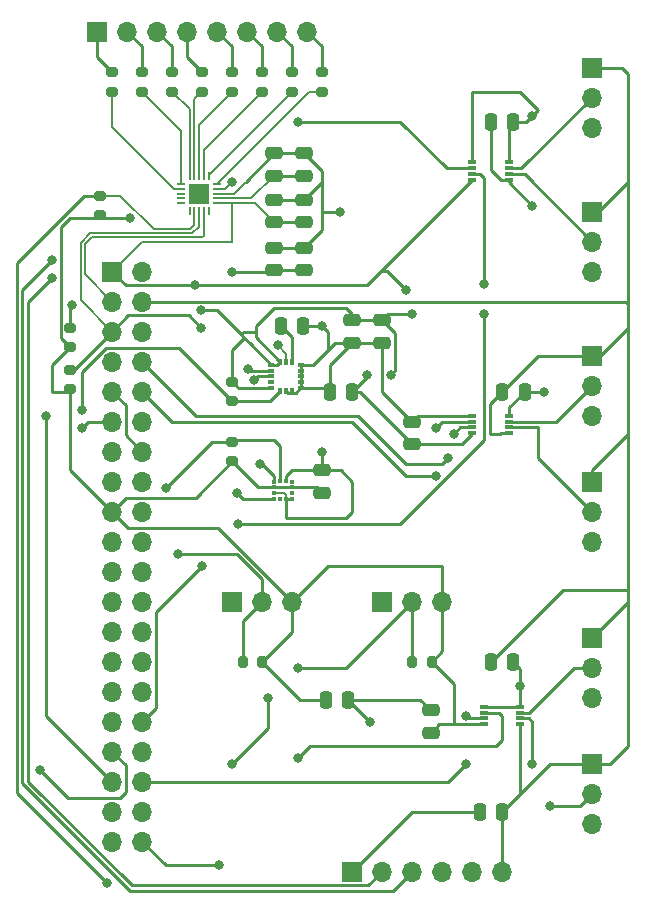
<source format=gtl>
%TF.GenerationSoftware,KiCad,Pcbnew,7.0.1-0*%
%TF.CreationDate,2024-03-21T16:56:52-04:00*%
%TF.ProjectId,pihat,70696861-742e-46b6-9963-61645f706362,rev?*%
%TF.SameCoordinates,Original*%
%TF.FileFunction,Copper,L1,Top*%
%TF.FilePolarity,Positive*%
%FSLAX46Y46*%
G04 Gerber Fmt 4.6, Leading zero omitted, Abs format (unit mm)*
G04 Created by KiCad (PCBNEW 7.0.1-0) date 2024-03-21 16:56:52*
%MOMM*%
%LPD*%
G01*
G04 APERTURE LIST*
G04 Aperture macros list*
%AMRoundRect*
0 Rectangle with rounded corners*
0 $1 Rounding radius*
0 $2 $3 $4 $5 $6 $7 $8 $9 X,Y pos of 4 corners*
0 Add a 4 corners polygon primitive as box body*
4,1,4,$2,$3,$4,$5,$6,$7,$8,$9,$2,$3,0*
0 Add four circle primitives for the rounded corners*
1,1,$1+$1,$2,$3*
1,1,$1+$1,$4,$5*
1,1,$1+$1,$6,$7*
1,1,$1+$1,$8,$9*
0 Add four rect primitives between the rounded corners*
20,1,$1+$1,$2,$3,$4,$5,0*
20,1,$1+$1,$4,$5,$6,$7,0*
20,1,$1+$1,$6,$7,$8,$9,0*
20,1,$1+$1,$8,$9,$2,$3,0*%
G04 Aperture macros list end*
%TA.AperFunction,SMDPad,CuDef*%
%ADD10R,0.800000X0.300000*%
%TD*%
%TA.AperFunction,SMDPad,CuDef*%
%ADD11RoundRect,0.200000X0.200000X0.275000X-0.200000X0.275000X-0.200000X-0.275000X0.200000X-0.275000X0*%
%TD*%
%TA.AperFunction,SMDPad,CuDef*%
%ADD12RoundRect,0.200000X0.275000X-0.200000X0.275000X0.200000X-0.275000X0.200000X-0.275000X-0.200000X0*%
%TD*%
%TA.AperFunction,ComponentPad*%
%ADD13R,1.700000X1.700000*%
%TD*%
%TA.AperFunction,ComponentPad*%
%ADD14O,1.700000X1.700000*%
%TD*%
%TA.AperFunction,SMDPad,CuDef*%
%ADD15R,0.330200X0.304800*%
%TD*%
%TA.AperFunction,SMDPad,CuDef*%
%ADD16R,0.304800X0.330200*%
%TD*%
%TA.AperFunction,SMDPad,CuDef*%
%ADD17RoundRect,0.250000X0.475000X-0.250000X0.475000X0.250000X-0.475000X0.250000X-0.475000X-0.250000X0*%
%TD*%
%TA.AperFunction,SMDPad,CuDef*%
%ADD18RoundRect,0.250000X-0.250000X-0.475000X0.250000X-0.475000X0.250000X0.475000X-0.250000X0.475000X0*%
%TD*%
%TA.AperFunction,SMDPad,CuDef*%
%ADD19RoundRect,0.014000X-0.231000X-0.161000X0.231000X-0.161000X0.231000X0.161000X-0.231000X0.161000X0*%
%TD*%
%TA.AperFunction,SMDPad,CuDef*%
%ADD20RoundRect,0.014000X0.161000X-0.231000X0.161000X0.231000X-0.161000X0.231000X-0.161000X-0.231000X0*%
%TD*%
%TA.AperFunction,SMDPad,CuDef*%
%ADD21RoundRect,0.014000X0.231000X0.161000X-0.231000X0.161000X-0.231000X-0.161000X0.231000X-0.161000X0*%
%TD*%
%TA.AperFunction,SMDPad,CuDef*%
%ADD22RoundRect,0.014000X-0.161000X0.231000X-0.161000X-0.231000X0.161000X-0.231000X0.161000X0.231000X0*%
%TD*%
%TA.AperFunction,SMDPad,CuDef*%
%ADD23R,0.800000X0.200000*%
%TD*%
%TA.AperFunction,SMDPad,CuDef*%
%ADD24R,0.200000X0.800000*%
%TD*%
%TA.AperFunction,SMDPad,CuDef*%
%ADD25R,1.800000X1.800000*%
%TD*%
%TA.AperFunction,SMDPad,CuDef*%
%ADD26RoundRect,0.200000X-0.275000X0.200000X-0.275000X-0.200000X0.275000X-0.200000X0.275000X0.200000X0*%
%TD*%
%TA.AperFunction,SMDPad,CuDef*%
%ADD27RoundRect,0.250000X0.250000X0.475000X-0.250000X0.475000X-0.250000X-0.475000X0.250000X-0.475000X0*%
%TD*%
%TA.AperFunction,ViaPad*%
%ADD28C,0.800000*%
%TD*%
%TA.AperFunction,Conductor*%
%ADD29C,0.150000*%
%TD*%
%TA.AperFunction,Conductor*%
%ADD30C,0.250000*%
%TD*%
G04 APERTURE END LIST*
D10*
%TO.P,U1,1,VCCA*%
%TO.N,+5V*%
X94540000Y-71006400D03*
%TO.P,U1,2,1A*%
%TO.N,Net-(J2-Pin_2)*%
X94540000Y-70506400D03*
%TO.P,U1,3,2A*%
%TO.N,Net-(J3-Pin_2)*%
X94540000Y-70006400D03*
%TO.P,U1,4,GND*%
%TO.N,GND*%
X94540000Y-69506400D03*
%TO.P,U1,5,DIR*%
X91440000Y-69506400D03*
%TO.P,U1,6,2B*%
%TO.N,THR_2*%
X91440000Y-70006400D03*
%TO.P,U1,7,1B*%
%TO.N,THR_1*%
X91440000Y-70506400D03*
%TO.P,U1,8,VCCB*%
%TO.N,+3.3V*%
X91440000Y-71006400D03*
%TD*%
D11*
%TO.P,R2,1*%
%TO.N,+3.3V*%
X73660000Y-111760000D03*
%TO.P,R2,2*%
%TO.N,TEMP_EXT*%
X72010000Y-111760000D03*
%TD*%
D12*
%TO.P,R8,1*%
%TO.N,Net-(IC1-CRX5{slash}CTX5)*%
X66040000Y-63500000D03*
%TO.P,R8,2*%
%TO.N,Net-(J9-Pin_3)*%
X66040000Y-61850000D03*
%TD*%
D13*
%TO.P,J6,1,Pin_1*%
%TO.N,+5V*%
X101600000Y-120396000D03*
D14*
%TO.P,J6,2,Pin_2*%
%TO.N,Net-(J6-Pin_2)*%
X101600000Y-122936000D03*
%TO.P,J6,3,Pin_3*%
%TO.N,GND*%
X101600000Y-125476000D03*
%TD*%
D10*
%TO.P,U5,1,VCCA*%
%TO.N,+5V*%
X94540000Y-92440000D03*
%TO.P,U5,2,1A*%
%TO.N,Net-(J4-Pin_2)*%
X94540000Y-91940000D03*
%TO.P,U5,3,2A*%
%TO.N,Net-(J5-Pin_2)*%
X94540000Y-91440000D03*
%TO.P,U5,4,GND*%
%TO.N,GND*%
X94540000Y-90940000D03*
%TO.P,U5,5,DIR*%
X91440000Y-90940000D03*
%TO.P,U5,6,2B*%
%TO.N,THR_4*%
X91440000Y-91440000D03*
%TO.P,U5,7,1B*%
%TO.N,THR_3*%
X91440000Y-91940000D03*
%TO.P,U5,8,VCCB*%
%TO.N,+3.3V*%
X91440000Y-92440000D03*
%TD*%
D15*
%TO.P,U4,1,SCK_SCL*%
%TO.N,I2C_SCL*%
X74680201Y-96519999D03*
%TO.P,U4,2,CSN*%
%TO.N,+3.3V*%
X74680201Y-97020000D03*
%TO.P,U4,3,DOUT_A6*%
%TO.N,GND*%
X74680201Y-97520000D03*
%TO.P,U4,4,DIN_SDA*%
%TO.N,I2C_SDA*%
X74680201Y-98020001D03*
D16*
%TO.P,U4,5,NC*%
%TO.N,unconnected-(U4-NC-Pad5)*%
X75190100Y-98029899D03*
%TO.P,U4,6,GND*%
%TO.N,GND*%
X75690100Y-98029899D03*
D15*
%TO.P,U4,7,VPP*%
X76199999Y-98020001D03*
%TO.P,U4,8,NC*%
%TO.N,unconnected-(U4-NC-Pad8)*%
X76199999Y-97520000D03*
%TO.P,U4,9,VDD*%
%TO.N,+3.3V*%
X76199999Y-97020000D03*
%TO.P,U4,10,NC*%
%TO.N,unconnected-(U4-NC-Pad10)*%
X76199999Y-96519999D03*
D16*
%TO.P,U4,11,INTN_2*%
%TO.N,GND*%
X75690100Y-96510101D03*
%TO.P,U4,12,INTN_1*%
%TO.N,INT_ACC*%
X75190100Y-96510101D03*
%TD*%
D17*
%TO.P,C1,1*%
%TO.N,+3.3V*%
X78740000Y-97470000D03*
%TO.P,C1,2*%
%TO.N,GND*%
X78740000Y-95570000D03*
%TD*%
D13*
%TO.P,U2,1,GND*%
%TO.N,GND*%
X71120000Y-106680000D03*
D14*
%TO.P,U2,2,DQ*%
%TO.N,TEMP_EXT*%
X73660000Y-106680000D03*
%TO.P,U2,3,V_{DD}*%
%TO.N,+3.3V*%
X76200000Y-106680000D03*
%TD*%
D12*
%TO.P,R9,1*%
%TO.N,Net-(IC1-CRX6{slash}CTX6)*%
X63500000Y-63500000D03*
%TO.P,R9,2*%
%TO.N,Net-(J9-Pin_2)*%
X63500000Y-61850000D03*
%TD*%
D13*
%TO.P,J2,1,Pin_1*%
%TO.N,+5V*%
X101600000Y-73660000D03*
D14*
%TO.P,J2,2,Pin_2*%
%TO.N,Net-(J2-Pin_2)*%
X101600000Y-76200000D03*
%TO.P,J2,3,Pin_3*%
%TO.N,GND*%
X101600000Y-78740000D03*
%TD*%
D12*
%TO.P,R13,1*%
%TO.N,+3.3V*%
X57404000Y-88709000D03*
%TO.P,R13,2*%
%TO.N,I2C_SCL*%
X57404000Y-87059000D03*
%TD*%
D13*
%TO.P,J8,1,Pin_1*%
%TO.N,GND*%
X81280000Y-129540000D03*
D14*
%TO.P,J8,2,Pin_2*%
%TO.N,I2C_SDA*%
X83820000Y-129540000D03*
%TO.P,J8,3,Pin_3*%
%TO.N,I2C_SCL*%
X86360000Y-129540000D03*
%TO.P,J8,4,Pin_4*%
%TO.N,unconnected-(J8-Pin_4-Pad4)*%
X88900000Y-129540000D03*
%TO.P,J8,5,Pin_5*%
%TO.N,unconnected-(J8-Pin_5-Pad5)*%
X91440000Y-129540000D03*
%TO.P,J8,6,Pin_6*%
%TO.N,+5V*%
X93980000Y-129540000D03*
%TD*%
D18*
%TO.P,C14,1*%
%TO.N,+5V*%
X93030000Y-66040000D03*
%TO.P,C14,2*%
%TO.N,GND*%
X94930000Y-66040000D03*
%TD*%
%TO.P,C16,1*%
%TO.N,+5V*%
X93980000Y-88900000D03*
%TO.P,C16,2*%
%TO.N,GND*%
X95880000Y-88900000D03*
%TD*%
D17*
%TO.P,C5,1*%
%TO.N,GND*%
X83820000Y-84770000D03*
%TO.P,C5,2*%
%TO.N,+3.3V*%
X83820000Y-82870000D03*
%TD*%
D13*
%TO.P,J7,1,Pin_1*%
%TO.N,+5V*%
X101600000Y-109728000D03*
D14*
%TO.P,J7,2,Pin_2*%
%TO.N,Net-(J7-Pin_2)*%
X101600000Y-112268000D03*
%TO.P,J7,3,Pin_3*%
%TO.N,GND*%
X101600000Y-114808000D03*
%TD*%
D19*
%TO.P,U6,1,VDDIO*%
%TO.N,+3.3V*%
X74440000Y-86620000D03*
%TO.P,U6,2,SCL/SPC*%
%TO.N,I2C_SCL*%
X74440000Y-87120000D03*
%TO.P,U6,3,SDA/SDI*%
%TO.N,I2C_SDA*%
X74440000Y-87620000D03*
%TO.P,U6,4,SA0/SDO*%
%TO.N,unconnected-(U6-SA0{slash}SDO-Pad4)*%
X74440000Y-88120000D03*
%TO.P,U6,5,CS*%
%TO.N,+3.3V*%
X74440000Y-88620000D03*
D20*
%TO.P,U6,6,INT*%
%TO.N,INT_GYR*%
X75200000Y-88880000D03*
%TO.P,U6,7,RESV7*%
%TO.N,GND*%
X75700000Y-88880000D03*
%TO.P,U6,8,FSYNC*%
X76200000Y-88880000D03*
D21*
%TO.P,U6,9,RESV9_1215*%
X76960000Y-88620000D03*
%TO.P,U6,10,RESV9_1215__1*%
X76960000Y-88120000D03*
%TO.P,U6,11,RESV9_1215__2*%
X76960000Y-87620000D03*
%TO.P,U6,12,RESV9_1215__3*%
X76960000Y-87120000D03*
%TO.P,U6,13,GND*%
X76960000Y-86620000D03*
D22*
%TO.P,U6,14,REGOUT*%
%TO.N,Net-(U6-REGOUT)*%
X76200000Y-86360000D03*
%TO.P,U6,15,RESV9_1215__4*%
%TO.N,GND*%
X75700000Y-86360000D03*
%TO.P,U6,16,VDD*%
%TO.N,+3.3V*%
X75200000Y-86360000D03*
%TD*%
D17*
%TO.P,C10,1*%
%TO.N,Net-(IC1-VREGD)*%
X77216000Y-70612000D03*
%TO.P,C10,2*%
%TO.N,GND*%
X77216000Y-68712000D03*
%TD*%
%TO.P,C9,1*%
%TO.N,Net-(IC1-VREGD)*%
X74676000Y-70612000D03*
%TO.P,C9,2*%
%TO.N,GND*%
X74676000Y-68712000D03*
%TD*%
D23*
%TO.P,IC1,1,VDD*%
%TO.N,+3.3V*%
X69826000Y-72936000D03*
%TO.P,IC1,2,VREGD*%
%TO.N,Net-(IC1-VREGD)*%
X69826000Y-72536000D03*
%TO.P,IC1,3,VSS*%
%TO.N,GND*%
X69826000Y-72136000D03*
%TO.P,IC1,4,VREGA*%
%TO.N,Net-(IC1-VREGA)*%
X69826000Y-71736000D03*
%TO.P,IC1,5,CRX0/CTX0*%
%TO.N,Net-(IC1-CRX0{slash}CTX0)*%
X69826000Y-71336000D03*
D24*
%TO.P,IC1,6,CRX1/CTX1*%
%TO.N,Net-(IC1-CRX1{slash}CTX1)*%
X69126000Y-70636000D03*
%TO.P,IC1,7,CRX2/CTX2*%
%TO.N,Net-(IC1-CRX2{slash}CTX2)*%
X68726000Y-70636000D03*
%TO.P,IC1,8,CRX3/CTX3*%
%TO.N,Net-(IC1-CRX3{slash}CTX3)*%
X68326000Y-70636000D03*
%TO.P,IC1,9,CRX4/CTX4*%
%TO.N,Net-(IC1-CRX4{slash}CTX4)*%
X67926000Y-70636000D03*
%TO.P,IC1,10,CRX5/CTX5*%
%TO.N,Net-(IC1-CRX5{slash}CTX5)*%
X67526000Y-70636000D03*
D23*
%TO.P,IC1,11,CRX6/CTX6*%
%TO.N,Net-(IC1-CRX6{slash}CTX6)*%
X66826000Y-71336000D03*
%TO.P,IC1,12,CRX7/CTX7*%
%TO.N,Net-(IC1-CRX7{slash}CTX7)*%
X66826000Y-71736000D03*
%TO.P,IC1,13,CTX8*%
%TO.N,unconnected-(IC1-CTX8-Pad13)*%
X66826000Y-72136000D03*
%TO.P,IC1,14,CTX9/GPIO0*%
%TO.N,unconnected-(IC1-CTX9{slash}GPIO0-Pad14)*%
X66826000Y-72536000D03*
%TO.P,IC1,15,CTX10/GPIO3*%
%TO.N,unconnected-(IC1-CTX10{slash}GPIO3-Pad15)*%
X66826000Y-72936000D03*
D24*
%TO.P,IC1,16,CTX11/GPIO4*%
%TO.N,unconnected-(IC1-CTX11{slash}GPIO4-Pad16)*%
X67526000Y-73636000D03*
%TO.P,IC1,17,RDY/GPIO5*%
%TO.N,INT_CAP*%
X67926000Y-73636000D03*
%TO.P,IC1,18,SCL/GPIO2*%
%TO.N,I2C_SCL*%
X68326000Y-73636000D03*
%TO.P,IC1,19,SDA/GPIO1*%
%TO.N,I2C_SDA*%
X68726000Y-73636000D03*
%TO.P,IC1,20,GPIO6/MCLR*%
%TO.N,unconnected-(IC1-GPIO6{slash}MCLR-Pad20)*%
X69126000Y-73636000D03*
D25*
%TO.P,IC1,21,EP*%
%TO.N,unconnected-(IC1-EP-Pad21)*%
X68326000Y-72136000D03*
%TD*%
D17*
%TO.P,C8,1*%
%TO.N,+3.3V*%
X77216000Y-74544000D03*
%TO.P,C8,2*%
%TO.N,GND*%
X77216000Y-72644000D03*
%TD*%
D13*
%TO.P,J9,1,Pin_1*%
%TO.N,Net-(J9-Pin_1)*%
X59705000Y-58420000D03*
D14*
%TO.P,J9,2,Pin_2*%
%TO.N,Net-(J9-Pin_2)*%
X62245000Y-58420000D03*
%TO.P,J9,3,Pin_3*%
%TO.N,Net-(J9-Pin_3)*%
X64785000Y-58420000D03*
%TO.P,J9,4,Pin_4*%
%TO.N,Net-(J9-Pin_4)*%
X67325000Y-58420000D03*
%TO.P,J9,5,Pin_5*%
%TO.N,Net-(J9-Pin_5)*%
X69865000Y-58420000D03*
%TO.P,J9,6,Pin_6*%
%TO.N,Net-(J9-Pin_6)*%
X72405000Y-58420000D03*
%TO.P,J9,7,Pin_7*%
%TO.N,Net-(J9-Pin_7)*%
X74945000Y-58420000D03*
%TO.P,J9,8,Pin_8*%
%TO.N,Net-(J9-Pin_8)*%
X77485000Y-58420000D03*
%TD*%
D12*
%TO.P,R5,1*%
%TO.N,Net-(IC1-CRX2{slash}CTX2)*%
X73660000Y-63500000D03*
%TO.P,R5,2*%
%TO.N,Net-(J9-Pin_6)*%
X73660000Y-61850000D03*
%TD*%
D17*
%TO.P,C17,1*%
%TO.N,+3.3V*%
X87950000Y-117790000D03*
%TO.P,C17,2*%
%TO.N,GND*%
X87950000Y-115890000D03*
%TD*%
D18*
%TO.P,C18,1*%
%TO.N,+5V*%
X93030000Y-111760000D03*
%TO.P,C18,2*%
%TO.N,GND*%
X94930000Y-111760000D03*
%TD*%
D17*
%TO.P,C12,1*%
%TO.N,Net-(IC1-VREGA)*%
X77216000Y-78608000D03*
%TO.P,C12,2*%
%TO.N,GND*%
X77216000Y-76708000D03*
%TD*%
D26*
%TO.P,R15,1*%
%TO.N,+3.3V*%
X71120000Y-88075000D03*
%TO.P,R15,2*%
%TO.N,INT_GYR*%
X71120000Y-89725000D03*
%TD*%
D17*
%TO.P,C7,1*%
%TO.N,+3.3V*%
X74676000Y-74544000D03*
%TO.P,C7,2*%
%TO.N,GND*%
X74676000Y-72644000D03*
%TD*%
D13*
%TO.P,J5,1,Pin_1*%
%TO.N,+5V*%
X101600000Y-85867000D03*
D14*
%TO.P,J5,2,Pin_2*%
%TO.N,Net-(J5-Pin_2)*%
X101600000Y-88407000D03*
%TO.P,J5,3,Pin_3*%
%TO.N,GND*%
X101600000Y-90947000D03*
%TD*%
D12*
%TO.P,R14,1*%
%TO.N,+3.3V*%
X71120000Y-94805000D03*
%TO.P,R14,2*%
%TO.N,INT_ACC*%
X71120000Y-93155000D03*
%TD*%
D10*
%TO.P,U7,1,VCCA*%
%TO.N,+5V*%
X95530000Y-117078000D03*
%TO.P,U7,2,1A*%
%TO.N,Net-(J6-Pin_2)*%
X95530000Y-116578000D03*
%TO.P,U7,3,2A*%
%TO.N,Net-(J7-Pin_2)*%
X95530000Y-116078000D03*
%TO.P,U7,4,GND*%
%TO.N,GND*%
X95530000Y-115578000D03*
%TO.P,U7,5,DIR*%
X92430000Y-115578000D03*
%TO.P,U7,6,2B*%
%TO.N,THR_6*%
X92430000Y-116078000D03*
%TO.P,U7,7,1B*%
%TO.N,THR_5*%
X92430000Y-116578000D03*
%TO.P,U7,8,VCCB*%
%TO.N,+3.3V*%
X92430000Y-117078000D03*
%TD*%
D17*
%TO.P,C4,1*%
%TO.N,GND*%
X81280000Y-84770000D03*
%TO.P,C4,2*%
%TO.N,+3.3V*%
X81280000Y-82870000D03*
%TD*%
D12*
%TO.P,R4,1*%
%TO.N,Net-(IC1-CRX1{slash}CTX1)*%
X76200000Y-63500000D03*
%TO.P,R4,2*%
%TO.N,Net-(J9-Pin_7)*%
X76200000Y-61850000D03*
%TD*%
%TO.P,R12,1*%
%TO.N,+3.3V*%
X57404000Y-85153000D03*
%TO.P,R12,2*%
%TO.N,I2C_SDA*%
X57404000Y-83503000D03*
%TD*%
D13*
%TO.P,J3,1,Pin_1*%
%TO.N,+5V*%
X101600000Y-61468000D03*
D14*
%TO.P,J3,2,Pin_2*%
%TO.N,Net-(J3-Pin_2)*%
X101600000Y-64008000D03*
%TO.P,J3,3,Pin_3*%
%TO.N,GND*%
X101600000Y-66548000D03*
%TD*%
D17*
%TO.P,C15,1*%
%TO.N,+3.3V*%
X86360000Y-93340000D03*
%TO.P,C15,2*%
%TO.N,GND*%
X86360000Y-91440000D03*
%TD*%
D12*
%TO.P,R6,1*%
%TO.N,Net-(IC1-CRX3{slash}CTX3)*%
X71120000Y-63500000D03*
%TO.P,R6,2*%
%TO.N,Net-(J9-Pin_5)*%
X71120000Y-61850000D03*
%TD*%
D18*
%TO.P,C6,1*%
%TO.N,GND*%
X79380000Y-88900000D03*
%TO.P,C6,2*%
%TO.N,+3.3V*%
X81280000Y-88900000D03*
%TD*%
D12*
%TO.P,R10,1*%
%TO.N,Net-(IC1-CRX7{slash}CTX7)*%
X60960000Y-63500000D03*
%TO.P,R10,2*%
%TO.N,Net-(J9-Pin_1)*%
X60960000Y-61850000D03*
%TD*%
D13*
%TO.P,U3,1,GND*%
%TO.N,GND*%
X83820000Y-106680000D03*
D14*
%TO.P,U3,2,DQ*%
%TO.N,TEMP_INT*%
X86360000Y-106680000D03*
%TO.P,U3,3,V_{DD}*%
%TO.N,+3.3V*%
X88900000Y-106680000D03*
%TD*%
D27*
%TO.P,C2,1*%
%TO.N,+5V*%
X93980000Y-124460000D03*
%TO.P,C2,2*%
%TO.N,GND*%
X92080000Y-124460000D03*
%TD*%
D11*
%TO.P,R1,1*%
%TO.N,+3.3V*%
X88010000Y-111760000D03*
%TO.P,R1,2*%
%TO.N,TEMP_INT*%
X86360000Y-111760000D03*
%TD*%
D17*
%TO.P,C11,1*%
%TO.N,Net-(IC1-VREGA)*%
X74676000Y-78608000D03*
%TO.P,C11,2*%
%TO.N,GND*%
X74676000Y-76708000D03*
%TD*%
D12*
%TO.P,R7,1*%
%TO.N,Net-(IC1-CRX4{slash}CTX4)*%
X68580000Y-63500000D03*
%TO.P,R7,2*%
%TO.N,Net-(J9-Pin_4)*%
X68580000Y-61850000D03*
%TD*%
D18*
%TO.P,C13,1*%
%TO.N,+3.3V*%
X79050000Y-115000000D03*
%TO.P,C13,2*%
%TO.N,GND*%
X80950000Y-115000000D03*
%TD*%
D26*
%TO.P,R11,1*%
%TO.N,INT_CAP*%
X59944000Y-72327000D03*
%TO.P,R11,2*%
%TO.N,+3.3V*%
X59944000Y-73977000D03*
%TD*%
D18*
%TO.P,C3,1*%
%TO.N,Net-(U6-REGOUT)*%
X75250000Y-83312000D03*
%TO.P,C3,2*%
%TO.N,GND*%
X77150000Y-83312000D03*
%TD*%
D12*
%TO.P,R3,1*%
%TO.N,Net-(IC1-CRX0{slash}CTX0)*%
X78740000Y-63500000D03*
%TO.P,R3,2*%
%TO.N,Net-(J9-Pin_8)*%
X78740000Y-61850000D03*
%TD*%
D13*
%TO.P,J4,1,Pin_1*%
%TO.N,+5V*%
X101600000Y-96520000D03*
D14*
%TO.P,J4,2,Pin_2*%
%TO.N,Net-(J4-Pin_2)*%
X101600000Y-99060000D03*
%TO.P,J4,3,Pin_3*%
%TO.N,GND*%
X101600000Y-101600000D03*
%TD*%
D13*
%TO.P,J1,1,3V3*%
%TO.N,+3.3V*%
X60960000Y-78740000D03*
D14*
%TO.P,J1,2,5V*%
%TO.N,+5V*%
X63500000Y-78740000D03*
%TO.P,J1,3,SDA/GPIO2*%
%TO.N,I2C_SDA*%
X60960000Y-81280000D03*
%TO.P,J1,4,5V*%
%TO.N,+5V*%
X63500000Y-81280000D03*
%TO.P,J1,5,SCL/GPIO3*%
%TO.N,I2C_SCL*%
X60960000Y-83820000D03*
%TO.P,J1,6,GND*%
%TO.N,GND*%
X63500000Y-83820000D03*
%TO.P,J1,7,GCLK0/GPIO4*%
%TO.N,unconnected-(J1-GCLK0{slash}GPIO4-Pad7)*%
X60960000Y-86360000D03*
%TO.P,J1,8,GPIO14/TXD*%
%TO.N,THR_3*%
X63500000Y-86360000D03*
%TO.P,J1,9,GND*%
%TO.N,GND*%
X60960000Y-88900000D03*
%TO.P,J1,10,GPIO15/RXD*%
%TO.N,THR_4*%
X63500000Y-88900000D03*
%TO.P,J1,11,GPIO17*%
%TO.N,THR_6*%
X60960000Y-91440000D03*
%TO.P,J1,12,GPIO18/PWM0*%
%TO.N,unconnected-(J1-GPIO18{slash}PWM0-Pad12)*%
X63500000Y-91440000D03*
%TO.P,J1,13,GPIO27*%
%TO.N,TEMP_EXT*%
X60960000Y-93980000D03*
%TO.P,J1,14,GND*%
%TO.N,GND*%
X63500000Y-93980000D03*
%TO.P,J1,15,GPIO22*%
%TO.N,unconnected-(J1-GPIO22-Pad15)*%
X60960000Y-96520000D03*
%TO.P,J1,16,GPIO23*%
%TO.N,unconnected-(J1-GPIO23-Pad16)*%
X63500000Y-96520000D03*
%TO.P,J1,17,3V3*%
%TO.N,+3.3V*%
X60960000Y-99060000D03*
%TO.P,J1,18,GPIO24*%
%TO.N,unconnected-(J1-GPIO24-Pad18)*%
X63500000Y-99060000D03*
%TO.P,J1,19,MOSI0/GPIO10*%
%TO.N,unconnected-(J1-MOSI0{slash}GPIO10-Pad19)*%
X60960000Y-101600000D03*
%TO.P,J1,20,GND*%
%TO.N,GND*%
X63500000Y-101600000D03*
%TO.P,J1,21,MISO0/GPIO9*%
%TO.N,unconnected-(J1-MISO0{slash}GPIO9-Pad21)*%
X60960000Y-104140000D03*
%TO.P,J1,22,GPIO25*%
%TO.N,unconnected-(J1-GPIO25-Pad22)*%
X63500000Y-104140000D03*
%TO.P,J1,23,SCLK0/GPIO11*%
%TO.N,unconnected-(J1-SCLK0{slash}GPIO11-Pad23)*%
X60960000Y-106680000D03*
%TO.P,J1,24,~{CE0}/GPIO8*%
%TO.N,unconnected-(J1-~{CE0}{slash}GPIO8-Pad24)*%
X63500000Y-106680000D03*
%TO.P,J1,25,GND*%
%TO.N,GND*%
X60960000Y-109220000D03*
%TO.P,J1,26,~{CE1}/GPIO7*%
%TO.N,unconnected-(J1-~{CE1}{slash}GPIO7-Pad26)*%
X63500000Y-109220000D03*
%TO.P,J1,27,ID_SD/GPIO0*%
%TO.N,unconnected-(J1-ID_SD{slash}GPIO0-Pad27)*%
X60960000Y-111760000D03*
%TO.P,J1,28,ID_SC/GPIO1*%
%TO.N,unconnected-(J1-ID_SC{slash}GPIO1-Pad28)*%
X63500000Y-111760000D03*
%TO.P,J1,29,GCLK1/GPIO5*%
%TO.N,unconnected-(J1-GCLK1{slash}GPIO5-Pad29)*%
X60960000Y-114300000D03*
%TO.P,J1,30,GND*%
%TO.N,GND*%
X63500000Y-114300000D03*
%TO.P,J1,31,GCLK2/GPIO6*%
%TO.N,unconnected-(J1-GCLK2{slash}GPIO6-Pad31)*%
X60960000Y-116840000D03*
%TO.P,J1,32,PWM0/GPIO12*%
%TO.N,THR_1*%
X63500000Y-116840000D03*
%TO.P,J1,33,PWM1/GPIO13*%
%TO.N,THR_2*%
X60960000Y-119380000D03*
%TO.P,J1,34,GND*%
%TO.N,GND*%
X63500000Y-119380000D03*
%TO.P,J1,35,GPIO19/MISO1*%
%TO.N,INT_GYR*%
X60960000Y-121920000D03*
%TO.P,J1,36,GPIO16*%
%TO.N,THR_5*%
X63500000Y-121920000D03*
%TO.P,J1,37,GPIO26*%
%TO.N,TEMP_INT*%
X60960000Y-124460000D03*
%TO.P,J1,38,GPIO20/MOSI1*%
%TO.N,INT_ACC*%
X63500000Y-124460000D03*
%TO.P,J1,39,GND*%
%TO.N,GND*%
X60960000Y-127000000D03*
%TO.P,J1,40,GPIO21/SCLK1*%
%TO.N,INT_CAP*%
X63500000Y-127000000D03*
%TD*%
D28*
%TO.N,GND*%
X75000000Y-85000000D03*
%TO.N,INT_CAP*%
X70000000Y-129000000D03*
X60500000Y-130500000D03*
%TO.N,+3.3V*%
X68500000Y-82004500D03*
X82500000Y-87500000D03*
X84544500Y-87500000D03*
X85852000Y-80264000D03*
X86360000Y-82296000D03*
X62484000Y-74168000D03*
X68000000Y-79915000D03*
%TO.N,+5V*%
X96520000Y-73152000D03*
%TO.N,GND*%
X80264000Y-73660000D03*
X82804000Y-116840000D03*
X78740000Y-83312000D03*
X78740000Y-93980000D03*
X96520000Y-65532000D03*
X97536000Y-88900000D03*
X95530000Y-113792000D03*
%TO.N,I2C_SDA*%
X73000000Y-87895500D03*
X57598102Y-81593898D03*
X55879500Y-79248000D03*
X71500000Y-97500000D03*
%TO.N,I2C_SCL*%
X73500000Y-95000000D03*
X68500000Y-83500000D03*
X72500000Y-87000000D03*
X55879500Y-77724000D03*
%TO.N,THR_3*%
X89916000Y-92456000D03*
X89408000Y-94488000D03*
%TO.N,THR_4*%
X88392000Y-91948000D03*
X88392000Y-96012000D03*
%TO.N,THR_6*%
X76708000Y-119888000D03*
X58420000Y-91948000D03*
%TO.N,Net-(J6-Pin_2)*%
X96520000Y-120396000D03*
X98044000Y-123952000D03*
%TO.N,TEMP_EXT*%
X66548000Y-102616000D03*
%TO.N,THR_1*%
X71628000Y-100076000D03*
X68580000Y-103632000D03*
X92456000Y-82296000D03*
X92456000Y-79756000D03*
%TO.N,THR_2*%
X54864000Y-120904000D03*
X76708000Y-66040000D03*
%TO.N,INT_GYR*%
X58420000Y-90424000D03*
X55372000Y-90932000D03*
%TO.N,THR_5*%
X90932000Y-116332000D03*
X90932000Y-120396000D03*
%TO.N,TEMP_INT*%
X74168000Y-114808000D03*
X76708000Y-112268000D03*
X71120000Y-120396000D03*
%TO.N,INT_ACC*%
X65532000Y-97028000D03*
%TO.N,Net-(IC1-VREGA)*%
X71120000Y-71120000D03*
X71120000Y-78740000D03*
%TD*%
D29*
%TO.N,GND*%
X75700000Y-85700000D02*
X75000000Y-85000000D01*
X75700000Y-86360000D02*
X75700000Y-85700000D01*
D30*
%TO.N,+5V*%
X104648000Y-83500000D02*
X104648000Y-81500000D01*
X104648000Y-81500000D02*
X104648000Y-68500000D01*
X63500000Y-81280000D02*
X104428000Y-81280000D01*
X104428000Y-81280000D02*
X104648000Y-81500000D01*
X104648000Y-92500000D02*
X104648000Y-83500000D01*
X101600000Y-85867000D02*
X102281000Y-85867000D01*
X102281000Y-85867000D02*
X104648000Y-83500000D01*
X104648000Y-61976000D02*
X104648000Y-68500000D01*
X104648000Y-68500000D02*
X104648000Y-70612000D01*
X104648000Y-92456000D02*
X104648000Y-92500000D01*
X104648000Y-92500000D02*
X104648000Y-92964000D01*
%TO.N,INT_CAP*%
X70000000Y-129000000D02*
X65500000Y-129000000D01*
X65500000Y-129000000D02*
X63500000Y-127000000D01*
X52890000Y-122890000D02*
X60500000Y-130500000D01*
X52890000Y-78045604D02*
X52890000Y-122890000D01*
X58608604Y-72327000D02*
X52890000Y-78045604D01*
X59944000Y-72327000D02*
X58608604Y-72327000D01*
%TO.N,GND*%
X76880000Y-88620000D02*
X76500000Y-89000000D01*
X76960000Y-88620000D02*
X76880000Y-88620000D01*
X76500000Y-89000000D02*
X75820000Y-89000000D01*
X75820000Y-89000000D02*
X75700000Y-88880000D01*
%TO.N,+3.3V*%
X76199999Y-97020000D02*
X78290000Y-97020000D01*
X56604000Y-74968000D02*
X57404000Y-74168000D01*
X57404000Y-88709000D02*
X57404000Y-95504000D01*
X88900000Y-106680000D02*
X88900000Y-110870000D01*
X88662000Y-117078000D02*
X87950000Y-117790000D01*
X55880000Y-88900000D02*
X57213000Y-88900000D01*
X60960000Y-99060000D02*
X62325000Y-100425000D01*
X76200000Y-106680000D02*
X79248000Y-103632000D01*
X84500000Y-87500000D02*
X84544500Y-87500000D01*
X68500000Y-82004500D02*
X69824500Y-82004500D01*
D29*
X69826000Y-72936000D02*
X71120000Y-72936000D01*
D30*
X83820000Y-82804000D02*
X84328000Y-82296000D01*
X74676000Y-74544000D02*
X77216000Y-74544000D01*
X71120000Y-94805000D02*
X73335000Y-97020000D01*
D29*
X71120000Y-76200000D02*
X71120000Y-72936000D01*
D30*
X81920000Y-88900000D02*
X86360000Y-93340000D01*
X73335000Y-97020000D02*
X74680201Y-97020000D01*
X57404000Y-85153000D02*
X55880000Y-86677000D01*
X60135000Y-74168000D02*
X59944000Y-73977000D01*
X71120000Y-88075000D02*
X71120000Y-85380000D01*
X62325000Y-100425000D02*
X69945000Y-100425000D01*
X57213000Y-88900000D02*
X57404000Y-88709000D01*
X80772000Y-81788000D02*
X74676000Y-81788000D01*
X73152000Y-84312000D02*
X75200000Y-86360000D01*
D29*
X71120000Y-72936000D02*
X73068000Y-72936000D01*
D30*
X72136000Y-83820000D02*
X73152000Y-83820000D01*
D29*
X73068000Y-72936000D02*
X74676000Y-74544000D01*
D30*
X83763200Y-78683200D02*
X91440000Y-71006400D01*
X90556000Y-93340000D02*
X91440000Y-92456000D01*
X57404000Y-74168000D02*
X59753000Y-74168000D01*
X89916000Y-117078000D02*
X88662000Y-117078000D01*
X72160000Y-84340000D02*
X71888000Y-84068000D01*
X92430000Y-117078000D02*
X89916000Y-117078000D01*
X74440000Y-86620000D02*
X72650000Y-84830000D01*
X60960000Y-78740000D02*
X62135000Y-79915000D01*
X73152000Y-83312000D02*
X73152000Y-84312000D01*
X81280000Y-82870000D02*
X81280000Y-82296000D01*
X89916000Y-113666000D02*
X89916000Y-117078000D01*
X62484000Y-74168000D02*
X60135000Y-74168000D01*
X84870000Y-83920000D02*
X84870000Y-87130000D01*
X62135000Y-79915000D02*
X82531400Y-79915000D01*
X55880000Y-86677000D02*
X55880000Y-88900000D01*
X71120000Y-88075000D02*
X71665000Y-88620000D01*
X78290000Y-97020000D02*
X78740000Y-97470000D01*
X82531400Y-79915000D02*
X83763200Y-78683200D01*
X76900000Y-115000000D02*
X79050000Y-115000000D01*
X84271200Y-78683200D02*
X83763200Y-78683200D01*
X69945000Y-100425000D02*
X76200000Y-106680000D01*
X68040000Y-97885000D02*
X71120000Y-94805000D01*
X71665000Y-88620000D02*
X74440000Y-88620000D01*
X72650000Y-84830000D02*
X72160000Y-84340000D01*
X84870000Y-87130000D02*
X84500000Y-87500000D01*
X69824500Y-82004500D02*
X71888000Y-84068000D01*
X59753000Y-74168000D02*
X59944000Y-73977000D01*
X74676000Y-81788000D02*
X73152000Y-83312000D01*
X83820000Y-82870000D02*
X83820000Y-82804000D01*
X88900000Y-110870000D02*
X88010000Y-111760000D01*
X74940000Y-86620000D02*
X75200000Y-86360000D01*
X88010000Y-111760000D02*
X89916000Y-113666000D01*
X79248000Y-103632000D02*
X88900000Y-103632000D01*
X57404000Y-95504000D02*
X60960000Y-99060000D01*
X86360000Y-93340000D02*
X90556000Y-93340000D01*
X76200000Y-109220000D02*
X76200000Y-106680000D01*
X62135000Y-97885000D02*
X68040000Y-97885000D01*
X60960000Y-99060000D02*
X62135000Y-97885000D01*
X81280000Y-88900000D02*
X81920000Y-88900000D01*
X73660000Y-111760000D02*
X76900000Y-115000000D01*
D29*
X63500000Y-76200000D02*
X71120000Y-76200000D01*
D30*
X56604000Y-84353000D02*
X56604000Y-74968000D01*
X74440000Y-86620000D02*
X74940000Y-86620000D01*
X71888000Y-84068000D02*
X72136000Y-83820000D01*
X82500000Y-87500000D02*
X82500000Y-87680000D01*
X73660000Y-111760000D02*
X76200000Y-109220000D01*
X84328000Y-82296000D02*
X86360000Y-82296000D01*
D29*
X60960000Y-78740000D02*
X63500000Y-76200000D01*
D30*
X74680201Y-97020000D02*
X76199999Y-97020000D01*
X82500000Y-87680000D02*
X81280000Y-88900000D01*
X85852000Y-80264000D02*
X84271200Y-78683200D01*
X88900000Y-103632000D02*
X88900000Y-106680000D01*
X81280000Y-82870000D02*
X83820000Y-82870000D01*
X81280000Y-82296000D02*
X80772000Y-81788000D01*
X71120000Y-85380000D02*
X72160000Y-84340000D01*
X57404000Y-85153000D02*
X56604000Y-84353000D01*
X83820000Y-82870000D02*
X84870000Y-83920000D01*
%TO.N,+5V*%
X94540000Y-92440000D02*
X93840000Y-92440000D01*
X101600000Y-95504000D02*
X104648000Y-92456000D01*
X93030000Y-70170000D02*
X93030000Y-66040000D01*
X101600000Y-109728000D02*
X104648000Y-106680000D01*
X101600000Y-85867000D02*
X97013000Y-85867000D01*
X98044000Y-120396000D02*
X101600000Y-120396000D01*
X95530000Y-117078000D02*
X95530000Y-122910000D01*
X93030000Y-111760000D02*
X99126000Y-105664000D01*
X103124000Y-120396000D02*
X101600000Y-120396000D01*
X104648000Y-61976000D02*
X104140000Y-61468000D01*
X93980000Y-124460000D02*
X98044000Y-120396000D01*
X104648000Y-71120000D02*
X102108000Y-73660000D01*
X93866400Y-71006400D02*
X93030000Y-70170000D01*
X92964000Y-92456000D02*
X92964000Y-89916000D01*
X104140000Y-61468000D02*
X101600000Y-61468000D01*
X104648000Y-118872000D02*
X103124000Y-120396000D01*
X104648000Y-70612000D02*
X104648000Y-71120000D01*
X94540000Y-71006400D02*
X93866400Y-71006400D01*
X104648000Y-118872000D02*
X104648000Y-106680000D01*
X102108000Y-73660000D02*
X101600000Y-73660000D01*
X92964000Y-89916000D02*
X93980000Y-88900000D01*
X99126000Y-105664000D02*
X104648000Y-105664000D01*
X101600000Y-96520000D02*
X101600000Y-95504000D01*
X104648000Y-106680000D02*
X104648000Y-92964000D01*
X93840000Y-92440000D02*
X93824000Y-92456000D01*
X93824000Y-92456000D02*
X92964000Y-92456000D01*
X95530000Y-122910000D02*
X95504000Y-122936000D01*
X94540000Y-71172000D02*
X96520000Y-73152000D01*
X94540000Y-71006400D02*
X94540000Y-71172000D01*
X97013000Y-85867000D02*
X93980000Y-88900000D01*
X93980000Y-124460000D02*
X93980000Y-129540000D01*
D29*
%TO.N,GND*%
X69826000Y-72136000D02*
X71252000Y-72136000D01*
D30*
X95530000Y-112360000D02*
X94930000Y-111760000D01*
X78740000Y-73660000D02*
X78740000Y-71120000D01*
X78740000Y-73660000D02*
X80264000Y-73660000D01*
X78740000Y-70236000D02*
X78740000Y-71120000D01*
X62135000Y-92615000D02*
X63500000Y-93980000D01*
X95880000Y-88900000D02*
X97536000Y-88900000D01*
X78740000Y-85852000D02*
X79248000Y-85344000D01*
D29*
X75690100Y-97662399D02*
X75690100Y-98029899D01*
D30*
X74676000Y-76708000D02*
X77216000Y-76708000D01*
X76960000Y-86620000D02*
X77972000Y-86620000D01*
X74676000Y-68712000D02*
X77216000Y-68712000D01*
X75690100Y-96062398D02*
X76182498Y-95570000D01*
D29*
X75547701Y-97520000D02*
X75690100Y-97662399D01*
D30*
X75690100Y-99566100D02*
X75692000Y-99568000D01*
X60960000Y-88900000D02*
X62135000Y-90075000D01*
X78740000Y-83312000D02*
X79248000Y-83820000D01*
X81280000Y-84770000D02*
X83820000Y-84770000D01*
X80772000Y-99568000D02*
X81280000Y-99060000D01*
X81280000Y-99060000D02*
X81280000Y-96520000D01*
X77150000Y-83312000D02*
X78740000Y-83312000D01*
X79248000Y-85344000D02*
X79822000Y-84770000D01*
X96012000Y-66040000D02*
X97028000Y-65024000D01*
D29*
X71252000Y-72136000D02*
X72268000Y-71120000D01*
D30*
X62135000Y-90075000D02*
X62135000Y-92615000D01*
X83820000Y-88900000D02*
X86360000Y-91440000D01*
X86360000Y-124460000D02*
X81280000Y-129540000D01*
X83820000Y-84770000D02*
X83820000Y-88900000D01*
X72268000Y-71120000D02*
X74676000Y-68712000D01*
X94540000Y-66430000D02*
X94540000Y-69506400D01*
X75690100Y-96510101D02*
X75690100Y-96062398D01*
X92430000Y-115578000D02*
X95530000Y-115578000D01*
X77216000Y-68712000D02*
X78740000Y-70236000D01*
X92080000Y-124460000D02*
X86360000Y-124460000D01*
D29*
X74680201Y-97520000D02*
X75547701Y-97520000D01*
D30*
X95504000Y-63500000D02*
X97028000Y-65024000D01*
X86860000Y-90940000D02*
X86360000Y-91440000D01*
X78740000Y-95570000D02*
X78740000Y-93980000D01*
X91440000Y-63500000D02*
X95504000Y-63500000D01*
X94930000Y-66040000D02*
X96012000Y-66040000D01*
X79822000Y-84770000D02*
X81280000Y-84770000D01*
X87950000Y-115890000D02*
X87060000Y-115000000D01*
X77216000Y-76708000D02*
X78740000Y-75184000D01*
X74676000Y-72644000D02*
X77216000Y-72644000D01*
X76960000Y-88620000D02*
X79100000Y-88620000D01*
X80330000Y-95570000D02*
X78740000Y-95570000D01*
X77216000Y-72644000D02*
X78740000Y-71120000D01*
X94930000Y-66040000D02*
X94540000Y-66430000D01*
X94540000Y-90240000D02*
X94540000Y-90940000D01*
X79380000Y-86670000D02*
X81280000Y-84770000D01*
X75690100Y-98029899D02*
X75690100Y-99566100D01*
X75690100Y-98029899D02*
X76185899Y-98029899D01*
X91440000Y-90940000D02*
X86860000Y-90940000D01*
X87060000Y-115000000D02*
X80950000Y-115000000D01*
X80950000Y-115000000D02*
X80964000Y-115000000D01*
X75692000Y-99568000D02*
X80772000Y-99568000D01*
X76960000Y-86620000D02*
X76960000Y-88620000D01*
X80964000Y-115000000D02*
X82804000Y-116840000D01*
X77972000Y-86620000D02*
X78740000Y-85852000D01*
X79248000Y-83820000D02*
X79248000Y-85344000D01*
X81280000Y-96520000D02*
X80330000Y-95570000D01*
X76182498Y-95570000D02*
X78740000Y-95570000D01*
X91440000Y-69506400D02*
X91440000Y-63500000D01*
X79380000Y-88900000D02*
X79380000Y-86670000D01*
X79100000Y-88620000D02*
X79380000Y-88900000D01*
X95880000Y-88900000D02*
X94540000Y-90240000D01*
X78740000Y-75184000D02*
X78740000Y-73660000D01*
X95530000Y-115578000D02*
X95530000Y-113792000D01*
X95530000Y-113792000D02*
X95530000Y-112360000D01*
D29*
%TO.N,INT_CAP*%
X67926000Y-74788000D02*
X67564000Y-75150000D01*
X61659000Y-72327000D02*
X59944000Y-72327000D01*
X64482000Y-75150000D02*
X61659000Y-72327000D01*
X67564000Y-75150000D02*
X64482000Y-75150000D01*
X67926000Y-73636000D02*
X67926000Y-74788000D01*
D30*
%TO.N,I2C_SDA*%
X53848000Y-121929305D02*
X53848000Y-81280000D01*
D29*
X68726000Y-75704000D02*
X68580000Y-75850000D01*
D30*
X62633695Y-130715000D02*
X53848000Y-121929305D01*
X82645000Y-130715000D02*
X62633695Y-130715000D01*
D29*
X58667487Y-76447487D02*
X58667487Y-78987487D01*
X68580000Y-75850000D02*
X59264974Y-75850000D01*
X58667487Y-78987487D02*
X60960000Y-81280000D01*
D30*
X73275500Y-87620000D02*
X74440000Y-87620000D01*
X55879500Y-79248500D02*
X55879500Y-79248000D01*
X57404000Y-81788000D02*
X57598102Y-81593898D01*
D29*
X59264974Y-75850000D02*
X58667487Y-76447487D01*
D30*
X72020001Y-98020001D02*
X71500000Y-97500000D01*
X83820000Y-129540000D02*
X82645000Y-130715000D01*
X74680201Y-98020001D02*
X72020001Y-98020001D01*
X73000000Y-87895500D02*
X73275500Y-87620000D01*
D29*
X68726000Y-73636000D02*
X68726000Y-75704000D01*
D30*
X57404000Y-83503000D02*
X57404000Y-81788000D01*
X53848000Y-81280000D02*
X55879500Y-79248500D01*
%TO.N,I2C_SCL*%
X68500000Y-83500000D02*
X67455000Y-82455000D01*
X62447299Y-131165000D02*
X53340000Y-122057701D01*
X73660000Y-94996000D02*
X73504000Y-94996000D01*
X74680201Y-96016201D02*
X73660000Y-94996000D01*
D29*
X60960000Y-83820000D02*
X58317487Y-81177487D01*
D30*
X84735000Y-131165000D02*
X62447299Y-131165000D01*
D29*
X68326000Y-74930000D02*
X68326000Y-74286000D01*
D30*
X53340000Y-80263500D02*
X55879500Y-77724000D01*
X53340000Y-122057701D02*
X53340000Y-80263500D01*
X67455000Y-82455000D02*
X62325000Y-82455000D01*
X73504000Y-94996000D02*
X73500000Y-95000000D01*
D29*
X59120000Y-75500000D02*
X67112000Y-75500000D01*
X68326000Y-74286000D02*
X68326000Y-73636000D01*
X67756000Y-75500000D02*
X68326000Y-74930000D01*
D30*
X57721000Y-87059000D02*
X60960000Y-83820000D01*
X62325000Y-82455000D02*
X60960000Y-83820000D01*
X72620000Y-87120000D02*
X72500000Y-87000000D01*
X74440000Y-87120000D02*
X72620000Y-87120000D01*
X86360000Y-129540000D02*
X84735000Y-131165000D01*
X57404000Y-87059000D02*
X57721000Y-87059000D01*
D29*
X67112000Y-75500000D02*
X67756000Y-75500000D01*
X58317487Y-81177487D02*
X58317487Y-76302513D01*
D30*
X74680201Y-96519999D02*
X74680201Y-96016201D01*
D29*
X58317487Y-76302513D02*
X59120000Y-75500000D01*
D30*
%TO.N,THR_3*%
X81788000Y-90932000D02*
X68072000Y-90932000D01*
X85852000Y-94996000D02*
X81788000Y-90932000D01*
X88900000Y-94996000D02*
X85852000Y-94996000D01*
X90432000Y-91940000D02*
X89916000Y-92456000D01*
X68072000Y-90932000D02*
X63500000Y-86360000D01*
X89408000Y-94488000D02*
X88900000Y-94996000D01*
X91440000Y-91940000D02*
X90432000Y-91940000D01*
%TO.N,THR_4*%
X91440000Y-91440000D02*
X88900000Y-91440000D01*
X85852000Y-96012000D02*
X81280000Y-91440000D01*
X81280000Y-91440000D02*
X66040000Y-91440000D01*
X88392000Y-96012000D02*
X85852000Y-96012000D01*
X66040000Y-91440000D02*
X63500000Y-88900000D01*
X88900000Y-91440000D02*
X88392000Y-91948000D01*
%TO.N,THR_6*%
X77724000Y-118872000D02*
X93472000Y-118872000D01*
X93472000Y-118872000D02*
X93980000Y-118364000D01*
X93980000Y-118364000D02*
X93980000Y-116332000D01*
X58928000Y-91440000D02*
X58420000Y-91948000D01*
X60960000Y-91440000D02*
X58928000Y-91440000D01*
X76708000Y-119888000D02*
X77724000Y-118872000D01*
X93980000Y-116332000D02*
X93726000Y-116078000D01*
X93726000Y-116078000D02*
X92430000Y-116078000D01*
%TO.N,Net-(J6-Pin_2)*%
X100584000Y-123952000D02*
X101600000Y-122936000D01*
X95530000Y-116578000D02*
X96230000Y-116578000D01*
X96520000Y-116868000D02*
X96520000Y-120396000D01*
X96230000Y-116578000D02*
X96520000Y-116868000D01*
X98044000Y-123952000D02*
X100584000Y-123952000D01*
%TO.N,TEMP_EXT*%
X72010000Y-108330000D02*
X73660000Y-106680000D01*
X73660000Y-106680000D02*
X73660000Y-104776396D01*
X71499604Y-102616000D02*
X66548000Y-102616000D01*
X73660000Y-104776396D02*
X71499604Y-102616000D01*
X72010000Y-111760000D02*
X72010000Y-108330000D01*
%TO.N,THR_1*%
X71628000Y-100076000D02*
X85353305Y-100076000D01*
X64675000Y-107537000D02*
X68580000Y-103632000D01*
X92140000Y-70506400D02*
X91440000Y-70506400D01*
X92456000Y-70822400D02*
X92140000Y-70506400D01*
X92456000Y-92973305D02*
X92456000Y-82296000D01*
X85353305Y-100076000D02*
X92456000Y-92973305D01*
X63500000Y-116840000D02*
X64675000Y-115665000D01*
X92456000Y-79756000D02*
X92456000Y-70822400D01*
X64675000Y-115665000D02*
X64675000Y-107537000D01*
%TO.N,THR_2*%
X61626999Y-123285000D02*
X62135000Y-122776999D01*
X91440000Y-70006400D02*
X89310400Y-70006400D01*
X62135000Y-122776999D02*
X62135000Y-120555000D01*
X54864000Y-120904000D02*
X57245000Y-123285000D01*
X57245000Y-123285000D02*
X61626999Y-123285000D01*
X85344000Y-66040000D02*
X76708000Y-66040000D01*
X62135000Y-120555000D02*
X60960000Y-119380000D01*
X89310400Y-70006400D02*
X85344000Y-66040000D01*
%TO.N,INT_GYR*%
X58420000Y-87238299D02*
X58420000Y-90424000D01*
X55372000Y-90932000D02*
X55372000Y-116332000D01*
X66580000Y-85185000D02*
X60473299Y-85185000D01*
X74355000Y-89725000D02*
X75200000Y-88880000D01*
X60473299Y-85185000D02*
X58420000Y-87238299D01*
X55372000Y-116332000D02*
X60960000Y-121920000D01*
X71120000Y-89725000D02*
X66580000Y-85185000D01*
X71120000Y-89725000D02*
X74355000Y-89725000D01*
%TO.N,THR_5*%
X89408000Y-121920000D02*
X90932000Y-120396000D01*
X91178000Y-116578000D02*
X90932000Y-116332000D01*
X92430000Y-116578000D02*
X91178000Y-116578000D01*
X63500000Y-121920000D02*
X89408000Y-121920000D01*
%TO.N,Net-(J9-Pin_1)*%
X60960000Y-61850000D02*
X59705000Y-60595000D01*
X59705000Y-60595000D02*
X59705000Y-58420000D01*
%TO.N,TEMP_INT*%
X74168000Y-117348000D02*
X71120000Y-120396000D01*
X80772000Y-112268000D02*
X76708000Y-112268000D01*
X86360000Y-106680000D02*
X80772000Y-112268000D01*
X74168000Y-114808000D02*
X74168000Y-117348000D01*
X86360000Y-106680000D02*
X86360000Y-111760000D01*
%TO.N,INT_ACC*%
X74676000Y-92964000D02*
X71311000Y-92964000D01*
X71120000Y-93155000D02*
X69405000Y-93155000D01*
X71311000Y-92964000D02*
X71120000Y-93155000D01*
X69405000Y-93155000D02*
X65532000Y-97028000D01*
X75190100Y-93478100D02*
X74676000Y-92964000D01*
X75190100Y-96510101D02*
X75190100Y-93478100D01*
%TO.N,Net-(J9-Pin_3)*%
X66040000Y-61850000D02*
X66040000Y-59675000D01*
X66040000Y-59675000D02*
X64785000Y-58420000D01*
%TO.N,Net-(J9-Pin_2)*%
X63500000Y-59675000D02*
X62245000Y-58420000D01*
X63500000Y-61850000D02*
X63500000Y-59675000D01*
%TO.N,Net-(J2-Pin_2)*%
X101600000Y-76200000D02*
X95906400Y-70506400D01*
X95906400Y-70506400D02*
X94540000Y-70506400D01*
%TO.N,Net-(J3-Pin_2)*%
X95601600Y-70006400D02*
X101600000Y-64008000D01*
X94540000Y-70006400D02*
X95601600Y-70006400D01*
%TO.N,Net-(J9-Pin_4)*%
X68580000Y-61850000D02*
X67325000Y-60595000D01*
X67325000Y-60595000D02*
X67325000Y-58420000D01*
%TO.N,Net-(J9-Pin_5)*%
X71120000Y-61850000D02*
X71120000Y-59675000D01*
X71120000Y-59675000D02*
X69865000Y-58420000D01*
%TO.N,Net-(U6-REGOUT)*%
X76200000Y-84262000D02*
X76200000Y-86360000D01*
X75250000Y-83312000D02*
X76200000Y-84262000D01*
%TO.N,Net-(J5-Pin_2)*%
X98567000Y-91440000D02*
X96012000Y-91440000D01*
X101600000Y-88407000D02*
X98567000Y-91440000D01*
X94540000Y-91440000D02*
X96520000Y-91440000D01*
%TO.N,Net-(J4-Pin_2)*%
X101600000Y-99060000D02*
X97028000Y-94488000D01*
X97020000Y-91940000D02*
X94540000Y-91940000D01*
X97028000Y-94488000D02*
X97028000Y-91948000D01*
X97028000Y-91948000D02*
X97020000Y-91940000D01*
%TO.N,Net-(IC1-VREGD)*%
X74676000Y-70612000D02*
X77216000Y-70612000D01*
D29*
X69826000Y-72536000D02*
X72752000Y-72536000D01*
X72752000Y-72536000D02*
X74676000Y-70612000D01*
%TO.N,Net-(IC1-VREGA)*%
X70504000Y-71736000D02*
X71120000Y-71120000D01*
D30*
X74544000Y-78740000D02*
X74676000Y-78608000D01*
D29*
X69826000Y-71736000D02*
X70504000Y-71736000D01*
D30*
X74676000Y-78608000D02*
X77216000Y-78608000D01*
X71120000Y-78740000D02*
X74544000Y-78740000D01*
D29*
%TO.N,Net-(IC1-CRX0{slash}CTX0)*%
X77662000Y-63500000D02*
X78740000Y-63500000D01*
X69826000Y-71336000D02*
X77662000Y-63500000D01*
%TO.N,Net-(IC1-CRX1{slash}CTX1)*%
X69126000Y-70574000D02*
X76200000Y-63500000D01*
X69126000Y-70636000D02*
X69126000Y-70574000D01*
%TO.N,Net-(IC1-CRX2{slash}CTX2)*%
X73660000Y-63500000D02*
X68726000Y-68434000D01*
X68726000Y-68434000D02*
X68726000Y-70636000D01*
%TO.N,Net-(IC1-CRX3{slash}CTX3)*%
X68326000Y-70636000D02*
X68326000Y-66294000D01*
X68326000Y-66294000D02*
X71120000Y-63500000D01*
%TO.N,Net-(IC1-CRX4{slash}CTX4)*%
X67926000Y-64154000D02*
X67926000Y-70636000D01*
X68580000Y-63500000D02*
X67926000Y-64154000D01*
%TO.N,Net-(IC1-CRX5{slash}CTX5)*%
X66040000Y-63500000D02*
X67526000Y-64986000D01*
X67526000Y-64986000D02*
X67526000Y-70636000D01*
%TO.N,Net-(IC1-CRX6{slash}CTX6)*%
X63500000Y-63500000D02*
X66826000Y-66826000D01*
X66826000Y-66826000D02*
X66826000Y-71336000D01*
%TO.N,Net-(IC1-CRX7{slash}CTX7)*%
X66176000Y-71736000D02*
X60960000Y-66520000D01*
X66826000Y-71736000D02*
X66176000Y-71736000D01*
X60960000Y-66520000D02*
X60960000Y-63500000D01*
D30*
%TO.N,Net-(J9-Pin_6)*%
X73660000Y-59675000D02*
X73660000Y-61850000D01*
X72405000Y-58420000D02*
X73660000Y-59675000D01*
%TO.N,Net-(J7-Pin_2)*%
X95530000Y-116078000D02*
X96230000Y-116078000D01*
X96230000Y-116078000D02*
X100040000Y-112268000D01*
X100040000Y-112268000D02*
X101600000Y-112268000D01*
%TO.N,Net-(J9-Pin_7)*%
X74945000Y-58420000D02*
X76200000Y-59675000D01*
X76200000Y-59675000D02*
X76200000Y-61850000D01*
%TO.N,Net-(J9-Pin_8)*%
X78740000Y-61850000D02*
X78740000Y-59675000D01*
X78740000Y-59675000D02*
X77485000Y-58420000D01*
%TD*%
M02*

</source>
